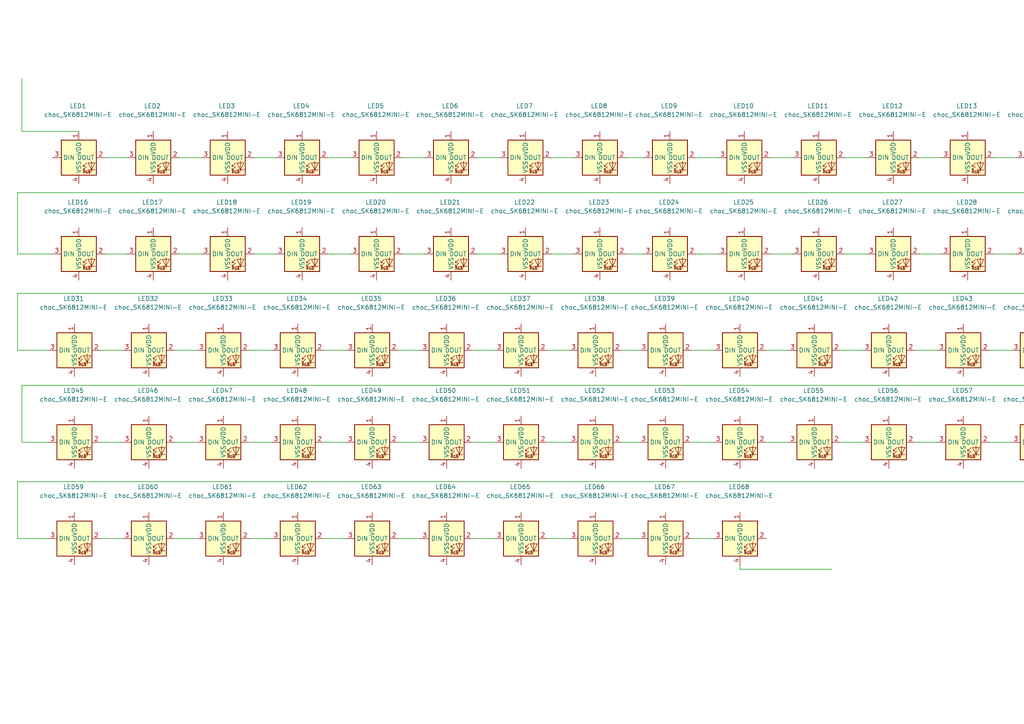
<source format=kicad_sch>
(kicad_sch (version 20250114) (generator "eeschema") (generator_version "9.0")
  (paper "A4")
  (lib_symbols
    (symbol "PCM_marbastlib-choc:choc_SK6812MINI-E"
      (property "Reference" "LED" (at 2.54 6.35 0))
      (property "Value" "choc_SK6812MINI-E" (at 10.795 -6.35 0))
      (symbol "choc_SK6812MINI-E_0_0"
        (text "RGB" (at 2.286 -4.191 0) (effects (font (size 0.762 0.762))))
      )
      (symbol "choc_SK6812MINI-E_0_1"
        (rectangle (start -5.08 5.08) (end 5.08 -5.08) (stroke (width 0.254)) (fill (type background)))
        (polyline (pts (xy 1.27 -2.54) (xy 1.778 -2.54)))
        (polyline (pts (xy 1.27 -3.556) (xy 1.778 -3.556)))
        (polyline (pts (xy 2.286 -1.524) (xy 1.27 -2.54) (xy 1.27 -2.032)))
        (polyline (pts (xy 2.286 -2.54) (xy 1.27 -3.556) (xy 1.27 -3.048)))
        (polyline (pts (xy 3.683 -1.016) (xy 3.683 -3.556) (xy 3.683 -4.064)))
        (polyline (pts (xy 4.699 -1.524) (xy 2.667 -1.524) (xy 3.683 -3.556) (xy 4.699 -1.524)))
        (polyline (pts (xy 4.699 -3.556) (xy 2.667 -3.556)))
      )
      (symbol "choc_SK6812MINI-E_1_1"
        (pin input line (at -7.62 0 0) (length 2.54) (name "DIN") (number "3"))
        (pin power_in line (at 0 7.62 270) (length 2.54) (name "VDD") (number "1"))
        (pin power_in line (at 0 -7.62 90) (length 2.54) (name "VSS") (number "4"))
        (pin output line (at 7.62 0 180) (length 2.54) (name "DOUT") (number "2"))
      )
    )
  )
  (wire (pts (xy 72.39 156.21) (xy 78.74 156.21)))
  (wire (pts (xy 265.43 101.6) (xy 271.78 101.6)))
  (wire (pts (xy 73.66 73.66) (xy 80.01 73.66)))
  (wire (pts (xy 339.09 73.66) (xy 339.09 85.09)))
  (wire (pts (xy 30.48 45.72) (xy 36.83 45.72)))
  (wire (pts (xy 115.57 128.27) (xy 121.92 128.27)))
  (wire (pts (xy 93.98 101.6) (xy 100.33 101.6)))
  (wire (pts (xy 29.21 128.27) (xy 35.56 128.27)))
  (wire (pts (xy 6.35 111.76) (xy 6.35 128.27)))
  (wire (pts (xy 160.02 73.66) (xy 166.37 73.66)))
  (wire (pts (xy 6.35 22.86) (xy 6.35 38.1)))
  (wire (pts (xy 5.08 156.21) (xy 13.97 156.21)))
  (wire (pts (xy 158.75 101.6) (xy 165.1 101.6)))
  (wire (pts (xy 335.28 45.72) (xy 335.28 55.88)))
  (wire (pts (xy 223.52 73.66) (xy 229.87 73.66)))
  (wire (pts (xy 339.09 101.6) (xy 339.09 111.76)))
  (wire (pts (xy 116.84 45.72) (xy 123.19 45.72)))
  (wire (pts (xy 52.07 73.66) (xy 58.42 73.66)))
  (wire (pts (xy 245.11 45.72) (xy 251.46 45.72)))
  (wire (pts (xy 29.21 101.6) (xy 35.56 101.6)))
  (wire (pts (xy 30.48 73.66) (xy 36.83 73.66)))
  (wire (pts (xy 29.21 156.21) (xy 35.56 156.21)))
  (wire (pts (xy 265.43 128.27) (xy 271.78 128.27)))
  (wire (pts (xy 95.25 45.72) (xy 101.6 45.72)))
  (wire (pts (xy 245.11 73.66) (xy 251.46 73.66)))
  (wire (pts (xy 50.8 101.6) (xy 57.15 101.6)))
  (wire (pts (xy 309.88 73.66) (xy 316.23 73.66)))
  (wire (pts (xy 93.98 128.27) (xy 100.33 128.27)))
  (wire (pts (xy 93.98 156.21) (xy 100.33 156.21)))
  (wire (pts (xy 266.7 73.66) (xy 273.05 73.66)))
  (wire (pts (xy 158.75 156.21) (xy 165.1 156.21)))
  (wire (pts (xy 52.07 45.72) (xy 58.42 45.72)))
  (wire (pts (xy 308.61 101.6) (xy 339.09 101.6)))
  (wire (pts (xy 116.84 73.66) (xy 123.19 73.66)))
  (wire (pts (xy 214.63 165.1) (xy 241.3 165.1)))
  (wire (pts (xy 309.88 45.72) (xy 316.23 45.72)))
  (wire (pts (xy 222.25 128.27) (xy 228.6 128.27)))
  (wire (pts (xy 115.57 156.21) (xy 121.92 156.21)))
  (wire (pts (xy 201.93 73.66) (xy 208.28 73.66)))
  (wire (pts (xy 339.09 85.09) (xy 5.08 85.09)))
  (wire (pts (xy 72.39 101.6) (xy 78.74 101.6)))
  (wire (pts (xy 5.08 139.7) (xy 5.08 156.21)))
  (wire (pts (xy 115.57 101.6) (xy 121.92 101.6)))
  (wire (pts (xy 95.25 73.66) (xy 101.6 73.66)))
  (wire (pts (xy 308.61 128.27) (xy 339.09 128.27)))
  (wire (pts (xy 137.16 128.27) (xy 143.51 128.27)))
  (wire (pts (xy 160.02 45.72) (xy 166.37 45.72)))
  (wire (pts (xy 158.75 128.27) (xy 165.1 128.27)))
  (wire (pts (xy 223.52 45.72) (xy 229.87 45.72)))
  (wire (pts (xy 200.66 128.27) (xy 207.01 128.27)))
  (wire (pts (xy 137.16 101.6) (xy 143.51 101.6)))
  (wire (pts (xy 137.16 156.21) (xy 143.51 156.21)))
  (wire (pts (xy 50.8 128.27) (xy 57.15 128.27)))
  (wire (pts (xy 5.08 101.6) (xy 13.97 101.6)))
  (wire (pts (xy 5.08 73.66) (xy 15.24 73.66)))
  (wire (pts (xy 180.34 101.6) (xy 185.42 101.6)))
  (wire (pts (xy 331.47 45.72) (xy 335.28 45.72)))
  (wire (pts (xy 243.84 101.6) (xy 250.19 101.6)))
  (wire (pts (xy 266.7 45.72) (xy 273.05 45.72)))
  (wire (pts (xy 6.35 128.27) (xy 13.97 128.27)))
  (wire (pts (xy 339.09 139.7) (xy 5.08 139.7)))
  (wire (pts (xy 22.86 38.1) (xy 6.35 38.1)))
  (wire (pts (xy 288.29 73.66) (xy 294.64 73.66)))
  (wire (pts (xy 138.43 73.66) (xy 144.78 73.66)))
  (wire (pts (xy 201.93 45.72) (xy 208.28 45.72)))
  (wire (pts (xy 335.28 55.88) (xy 5.08 55.88)))
  (wire (pts (xy 180.34 156.21) (xy 185.42 156.21)))
  (wire (pts (xy 214.63 163.83) (xy 214.63 165.1)))
  (wire (pts (xy 288.29 45.72) (xy 294.64 45.72)))
  (wire (pts (xy 200.66 156.21) (xy 207.01 156.21)))
  (wire (pts (xy 243.84 128.27) (xy 250.19 128.27)))
  (wire (pts (xy 287.02 101.6) (xy 293.37 101.6)))
  (wire (pts (xy 73.66 45.72) (xy 80.01 45.72)))
  (wire (pts (xy 222.25 101.6) (xy 228.6 101.6)))
  (wire (pts (xy 200.66 101.6) (xy 207.01 101.6)))
  (wire (pts (xy 181.61 73.66) (xy 186.69 73.66)))
  (wire (pts (xy 50.8 156.21) (xy 57.15 156.21)))
  (wire (pts (xy 331.47 73.66) (xy 339.09 73.66)))
  (wire (pts (xy 5.08 55.88) (xy 5.08 73.66)))
  (wire (pts (xy 339.09 128.27) (xy 339.09 139.7)))
  (wire (pts (xy 181.61 45.72) (xy 186.69 45.72)))
  (wire (pts (xy 5.08 85.09) (xy 5.08 101.6)))
  (wire (pts (xy 339.09 111.76) (xy 6.35 111.76)))
  (wire (pts (xy 287.02 128.27) (xy 293.37 128.27)))
  (wire (pts (xy 72.39 128.27) (xy 78.74 128.27)))
  (wire (pts (xy 180.34 128.27) (xy 185.42 128.27)))
  (wire (pts (xy 138.43 45.72) (xy 144.78 45.72)))
  (symbol (lib_id "PCM_marbastlib-choc:choc_SK6812MINI-E") (at 257.81 101.6 0) (unit 1)
    (property "Reference" "LED42" (at 257.556 86.614 0))
    (property "Value" "choc_SK6812MINI-E" (at 257.556 89.154 0))
    (property "Footprint" "PCM_marbastlib-choc:LED_choc_6028R" (effects (hide yes)))
    (property "Description" "Reverse mount adressable LED (WS2812 protocol)" (effects (hide yes)))
  )
  (symbol (lib_id "PCM_marbastlib-choc:choc_SK6812MINI-E") (at 22.86 73.66 0) (unit 1)
    (property "Reference" "LED16" (at 22.606 58.674 0))
    (property "Value" "choc_SK6812MINI-E" (at 22.606 61.214 0))
    (property "Footprint" "PCM_marbastlib-choc:LED_choc_6028R" (effects (hide yes)))
    (property "Description" "Reverse mount adressable LED (WS2812 protocol)" (effects (hide yes)))
  )
  (symbol (lib_id "PCM_marbastlib-choc:choc_SK6812MINI-E") (at 87.63 73.66 0) (unit 1)
    (property "Reference" "LED19" (at 87.376 58.674 0))
    (property "Value" "choc_SK6812MINI-E" (at 87.376 61.214 0))
    (property "Footprint" "PCM_marbastlib-choc:LED_choc_6028R" (effects (hide yes)))
    (property "Description" "Reverse mount adressable LED (WS2812 protocol)" (effects (hide yes)))
  )
  (symbol (lib_id "PCM_marbastlib-choc:choc_SK6812MINI-E") (at 236.22 101.6 0) (unit 1)
    (property "Reference" "LED41" (at 235.966 86.614 0))
    (property "Value" "choc_SK6812MINI-E" (at 235.966 89.154 0))
    (property "Footprint" "PCM_marbastlib-choc:LED_choc_6028R" (effects (hide yes)))
    (property "Description" "Reverse mount adressable LED (WS2812 protocol)" (effects (hide yes)))
  )
  (symbol (lib_id "PCM_marbastlib-choc:choc_SK6812MINI-E") (at 214.63 156.21 0) (unit 1)
    (property "Reference" "LED68" (at 214.376 141.224 0))
    (property "Value" "choc_SK6812MINI-E" (at 214.376 143.764 0))
    (property "Footprint" "PCM_marbastlib-choc:LED_choc_6028R" (effects (hide yes)))
    (property "Description" "Reverse mount adressable LED (WS2812 protocol)" (effects (hide yes)))
  )
  (symbol (lib_id "PCM_marbastlib-choc:choc_SK6812MINI-E") (at 236.22 128.27 0) (unit 1)
    (property "Reference" "LED55" (at 235.966 113.284 0))
    (property "Value" "choc_SK6812MINI-E" (at 235.966 115.824 0))
    (property "Footprint" "PCM_marbastlib-choc:LED_choc_6028R" (effects (hide yes)))
    (property "Description" "Reverse mount adressable LED (WS2812 protocol)" (effects (hide yes)))
  )
  (symbol (lib_id "PCM_marbastlib-choc:choc_SK6812MINI-E") (at 237.49 45.72 0) (unit 1)
    (property "Reference" "LED11" (at 237.236 30.734 0))
    (property "Value" "choc_SK6812MINI-E" (at 237.236 33.274 0))
    (property "Footprint" "PCM_marbastlib-choc:LED_choc_6028R" (effects (hide yes)))
    (property "Description" "Reverse mount adressable LED (WS2812 protocol)" (effects (hide yes)))
  )
  (symbol (lib_id "PCM_marbastlib-choc:choc_SK6812MINI-E") (at 215.9 73.66 0) (unit 1)
    (property "Reference" "LED25" (at 215.646 58.674 0))
    (property "Value" "choc_SK6812MINI-E" (at 215.646 61.214 0))
    (property "Footprint" "PCM_marbastlib-choc:LED_choc_6028R" (effects (hide yes)))
    (property "Description" "Reverse mount adressable LED (WS2812 protocol)" (effects (hide yes)))
  )
  (symbol (lib_id "PCM_marbastlib-choc:choc_SK6812MINI-E") (at 64.77 128.27 0) (unit 1)
    (property "Reference" "LED47" (at 64.516 113.284 0))
    (property "Value" "choc_SK6812MINI-E" (at 64.516 115.824 0))
    (property "Footprint" "PCM_marbastlib-choc:LED_choc_6028R" (effects (hide yes)))
    (property "Description" "Reverse mount adressable LED (WS2812 protocol)" (effects (hide yes)))
  )
  (symbol (lib_id "PCM_marbastlib-choc:choc_SK6812MINI-E") (at 259.08 73.66 0) (unit 1)
    (property "Reference" "LED27" (at 258.826 58.674 0))
    (property "Value" "choc_SK6812MINI-E" (at 258.826 61.214 0))
    (property "Footprint" "PCM_marbastlib-choc:LED_choc_6028R" (effects (hide yes)))
    (property "Description" "Reverse mount adressable LED (WS2812 protocol)" (effects (hide yes)))
  )
  (symbol (lib_id "PCM_marbastlib-choc:choc_SK6812MINI-E") (at 279.4 128.27 0) (unit 1)
    (property "Reference" "LED57" (at 279.146 113.284 0))
    (property "Value" "choc_SK6812MINI-E" (at 279.146 115.824 0))
    (property "Footprint" "PCM_marbastlib-choc:LED_choc_6028R" (effects (hide yes)))
    (property "Description" "Reverse mount adressable LED (WS2812 protocol)" (effects (hide yes)))
  )
  (symbol (lib_id "PCM_marbastlib-choc:choc_SK6812MINI-E") (at 280.67 45.72 0) (unit 1)
    (property "Reference" "LED13" (at 280.416 30.734 0))
    (property "Value" "choc_SK6812MINI-E" (at 280.416 33.274 0))
    (property "Footprint" "PCM_marbastlib-choc:LED_choc_6028R" (effects (hide yes)))
    (property "Description" "Reverse mount adressable LED (WS2812 protocol)" (effects (hide yes)))
  )
  (symbol (lib_id "PCM_marbastlib-choc:choc_SK6812MINI-E") (at 302.26 45.72 0) (unit 1)
    (property "Reference" "LED14" (at 302.006 30.734 0))
    (property "Value" "choc_SK6812MINI-E" (at 302.006 33.274 0))
    (property "Footprint" "PCM_marbastlib-choc:LED_choc_6028R" (effects (hide yes)))
    (property "Description" "Reverse mount adressable LED (WS2812 protocol)" (effects (hide yes)))
  )
  (symbol (lib_id "PCM_marbastlib-choc:choc_SK6812MINI-E") (at 302.26 73.66 0) (unit 1)
    (property "Reference" "LED29" (at 302.006 58.674 0))
    (property "Value" "choc_SK6812MINI-E" (at 302.006 61.214 0))
    (property "Footprint" "PCM_marbastlib-choc:LED_choc_6028R" (effects (hide yes)))
    (property "Description" "Reverse mount adressable LED (WS2812 protocol)" (effects (hide yes)))
  )
  (symbol (lib_id "PCM_marbastlib-choc:choc_SK6812MINI-E") (at 44.45 45.72 0) (unit 1)
    (property "Reference" "LED2" (at 44.196 30.734 0))
    (property "Value" "choc_SK6812MINI-E" (at 44.196 33.274 0))
    (property "Footprint" "PCM_marbastlib-choc:LED_choc_6028R" (effects (hide yes)))
    (property "Description" "Reverse mount adressable LED (WS2812 protocol)" (effects (hide yes)))
  )
  (symbol (lib_id "PCM_marbastlib-choc:choc_SK6812MINI-E") (at 214.63 128.27 0) (unit 1)
    (property "Reference" "LED54" (at 214.376 113.284 0))
    (property "Value" "choc_SK6812MINI-E" (at 214.376 115.824 0))
    (property "Footprint" "PCM_marbastlib-choc:LED_choc_6028R" (effects (hide yes)))
    (property "Description" "Reverse mount adressable LED (WS2812 protocol)" (effects (hide yes)))
  )
  (symbol (lib_id "PCM_marbastlib-choc:choc_SK6812MINI-E") (at 152.4 45.72 0) (unit 1)
    (property "Reference" "LED7" (at 152.146 30.734 0))
    (property "Value" "choc_SK6812MINI-E" (at 152.146 33.274 0))
    (property "Footprint" "PCM_marbastlib-choc:LED_choc_6028R" (effects (hide yes)))
    (property "Description" "Reverse mount adressable LED (WS2812 protocol)" (effects (hide yes)))
  )
  (symbol (lib_id "PCM_marbastlib-choc:choc_SK6812MINI-E") (at 86.36 101.6 0) (unit 1)
    (property "Reference" "LED34" (at 86.106 86.614 0))
    (property "Value" "choc_SK6812MINI-E" (at 86.106 89.154 0))
    (property "Footprint" "PCM_marbastlib-choc:LED_choc_6028R" (effects (hide yes)))
    (property "Description" "Reverse mount adressable LED (WS2812 protocol)" (effects (hide yes)))
  )
  (symbol (lib_id "PCM_marbastlib-choc:choc_SK6812MINI-E") (at 87.63 45.72 0) (unit 1)
    (property "Reference" "LED4" (at 87.376 30.734 0))
    (property "Value" "choc_SK6812MINI-E" (at 87.376 33.274 0))
    (property "Footprint" "PCM_marbastlib-choc:LED_choc_6028R" (effects (hide yes)))
    (property "Description" "Reverse mount adressable LED (WS2812 protocol)" (effects (hide yes)))
  )
  (symbol (lib_id "PCM_marbastlib-choc:choc_SK6812MINI-E") (at 129.54 101.6 0) (unit 1)
    (property "Reference" "LED36" (at 129.286 86.614 0))
    (property "Value" "choc_SK6812MINI-E" (at 129.286 89.154 0))
    (property "Footprint" "PCM_marbastlib-choc:LED_choc_6028R" (effects (hide yes)))
    (property "Description" "Reverse mount adressable LED (WS2812 protocol)" (effects (hide yes)))
  )
  (symbol (lib_id "PCM_marbastlib-choc:choc_SK6812MINI-E") (at 64.77 156.21 0) (unit 1)
    (property "Reference" "LED61" (at 64.516 141.224 0))
    (property "Value" "choc_SK6812MINI-E" (at 64.516 143.764 0))
    (property "Footprint" "PCM_marbastlib-choc:LED_choc_6028R" (effects (hide yes)))
    (property "Description" "Reverse mount adressable LED (WS2812 protocol)" (effects (hide yes)))
  )
  (symbol (lib_id "PCM_marbastlib-choc:choc_SK6812MINI-E") (at 280.67 73.66 0) (unit 1)
    (property "Reference" "LED28" (at 280.416 58.674 0))
    (property "Value" "choc_SK6812MINI-E" (at 280.416 61.214 0))
    (property "Footprint" "PCM_marbastlib-choc:LED_choc_6028R" (effects (hide yes)))
    (property "Description" "Reverse mount adressable LED (WS2812 protocol)" (effects (hide yes)))
  )
  (symbol (lib_id "PCM_marbastlib-choc:choc_SK6812MINI-E") (at 172.72 101.6 0) (unit 1)
    (property "Reference" "LED38" (at 172.466 86.614 0))
    (property "Value" "choc_SK6812MINI-E" (at 172.466 89.154 0))
    (property "Footprint" "PCM_marbastlib-choc:LED_choc_6028R" (effects (hide yes)))
    (property "Description" "Reverse mount adressable LED (WS2812 protocol)" (effects (hide yes)))
  )
  (symbol (lib_id "PCM_marbastlib-choc:choc_SK6812MINI-E") (at 215.9 45.72 0) (unit 1)
    (property "Reference" "LED10" (at 215.646 30.734 0))
    (property "Value" "choc_SK6812MINI-E" (at 215.646 33.274 0))
    (property "Footprint" "PCM_marbastlib-choc:LED_choc_6028R" (effects (hide yes)))
    (property "Description" "Reverse mount adressable LED (WS2812 protocol)" (effects (hide yes)))
  )
  (symbol (lib_id "PCM_marbastlib-choc:choc_SK6812MINI-E") (at 130.81 73.66 0) (unit 1)
    (property "Reference" "LED21" (at 130.556 58.674 0))
    (property "Value" "choc_SK6812MINI-E" (at 130.556 61.214 0))
    (property "Footprint" "PCM_marbastlib-choc:LED_choc_6028R" (effects (hide yes)))
    (property "Description" "Reverse mount adressable LED (WS2812 protocol)" (effects (hide yes)))
  )
  (symbol (lib_id "PCM_marbastlib-choc:choc_SK6812MINI-E") (at 86.36 156.21 0) (unit 1)
    (property "Reference" "LED62" (at 86.106 141.224 0))
    (property "Value" "choc_SK6812MINI-E" (at 86.106 143.764 0))
    (property "Footprint" "PCM_marbastlib-choc:LED_choc_6028R" (effects (hide yes)))
    (property "Description" "Reverse mount adressable LED (WS2812 protocol)" (effects (hide yes)))
  )
  (symbol (lib_id "PCM_marbastlib-choc:choc_SK6812MINI-E") (at 129.54 156.21 0) (unit 1)
    (property "Reference" "LED64" (at 129.286 141.224 0))
    (property "Value" "choc_SK6812MINI-E" (at 129.286 143.764 0))
    (property "Footprint" "PCM_marbastlib-choc:LED_choc_6028R" (effects (hide yes)))
    (property "Description" "Reverse mount adressable LED (WS2812 protocol)" (effects (hide yes)))
  )
  (symbol (lib_id "PCM_marbastlib-choc:choc_SK6812MINI-E") (at 107.95 101.6 0) (unit 1)
    (property "Reference" "LED35" (at 107.696 86.614 0))
    (property "Value" "choc_SK6812MINI-E" (at 107.696 89.154 0))
    (property "Footprint" "PCM_marbastlib-choc:LED_choc_6028R" (effects (hide yes)))
    (property "Description" "Reverse mount adressable LED (WS2812 protocol)" (effects (hide yes)))
  )
  (symbol (lib_id "PCM_marbastlib-choc:choc_SK6812MINI-E") (at 173.99 45.72 0) (unit 1)
    (property "Reference" "LED8" (at 173.736 30.734 0))
    (property "Value" "choc_SK6812MINI-E" (at 173.736 33.274 0))
    (property "Footprint" "PCM_marbastlib-choc:LED_choc_6028R" (effects (hide yes)))
    (property "Description" "Reverse mount adressable LED (WS2812 protocol)" (effects (hide yes)))
  )
  (symbol (lib_id "PCM_marbastlib-choc:choc_SK6812MINI-E") (at 21.59 156.21 0) (unit 1)
    (property "Reference" "LED59" (at 21.336 141.224 0))
    (property "Value" "choc_SK6812MINI-E" (at 21.336 143.764 0))
    (property "Footprint" "PCM_marbastlib-choc:LED_choc_6028R" (effects (hide yes)))
    (property "Description" "Reverse mount adressable LED (WS2812 protocol)" (effects (hide yes)))
  )
  (symbol (lib_id "PCM_marbastlib-choc:choc_SK6812MINI-E") (at 194.31 73.66 0) (unit 1)
    (property "Reference" "LED24" (at 194.056 58.674 0))
    (property "Value" "choc_SK6812MINI-E" (at 194.056 61.214 0))
    (property "Footprint" "PCM_marbastlib-choc:LED_choc_6028R" (effects (hide yes)))
    (property "Description" "Reverse mount adressable LED (WS2812 protocol)" (effects (hide yes)))
  )
  (symbol (lib_id "PCM_marbastlib-choc:choc_SK6812MINI-E") (at 193.04 156.21 0) (unit 1)
    (property "Reference" "LED67" (at 192.786 141.224 0))
    (property "Value" "choc_SK6812MINI-E" (at 192.786 143.764 0))
    (property "Footprint" "PCM_marbastlib-choc:LED_choc_6028R" (effects (hide yes)))
    (property "Description" "Reverse mount adressable LED (WS2812 protocol)" (effects (hide yes)))
  )
  (symbol (lib_id "PCM_marbastlib-choc:choc_SK6812MINI-E") (at 323.85 73.66 0) (unit 1)
    (property "Reference" "LED30" (at 323.596 58.674 0))
    (property "Value" "choc_SK6812MINI-E" (at 323.596 61.214 0))
    (property "Footprint" "PCM_marbastlib-choc:LED_choc_6028R" (effects (hide yes)))
    (property "Description" "Reverse mount adressable LED (WS2812 protocol)" (effects (hide yes)))
  )
  (symbol (lib_id "PCM_marbastlib-choc:choc_SK6812MINI-E") (at 43.18 101.6 0) (unit 1)
    (property "Reference" "LED32" (at 42.926 86.614 0))
    (property "Value" "choc_SK6812MINI-E" (at 42.926 89.154 0))
    (property "Footprint" "PCM_marbastlib-choc:LED_choc_6028R" (effects (hide yes)))
    (property "Description" "Reverse mount adressable LED (WS2812 protocol)" (effects (hide yes)))
  )
  (symbol (lib_id "PCM_marbastlib-choc:choc_SK6812MINI-E") (at 21.59 128.27 0) (unit 1)
    (property "Reference" "LED45" (at 21.336 113.284 0))
    (property "Value" "choc_SK6812MINI-E" (at 21.336 115.824 0))
    (property "Footprint" "PCM_marbastlib-choc:LED_choc_6028R" (effects (hide yes)))
    (property "Description" "Reverse mount adressable LED (WS2812 protocol)" (effects (hide yes)))
  )
  (symbol (lib_id "PCM_marbastlib-choc:choc_SK6812MINI-E") (at 300.99 128.27 0) (unit 1)
    (property "Reference" "LED58" (at 300.736 113.284 0))
    (property "Value" "choc_SK6812MINI-E" (at 300.736 115.824 0))
    (property "Footprint" "PCM_marbastlib-choc:LED_choc_6028R" (effects (hide yes)))
    (property "Description" "Reverse mount adressable LED (WS2812 protocol)" (effects (hide yes)))
  )
  (symbol (lib_id "PCM_marbastlib-choc:choc_SK6812MINI-E") (at 129.54 128.27 0) (unit 1)
    (property "Reference" "LED50" (at 129.286 113.284 0))
    (property "Value" "choc_SK6812MINI-E" (at 129.286 115.824 0))
    (property "Footprint" "PCM_marbastlib-choc:LED_choc_6028R" (effects (hide yes)))
    (property "Description" "Reverse mount adressable LED (WS2812 protocol)" (effects (hide yes)))
  )
  (symbol (lib_id "PCM_marbastlib-choc:choc_SK6812MINI-E") (at 172.72 156.21 0) (unit 1)
    (property "Reference" "LED66" (at 172.466 141.224 0))
    (property "Value" "choc_SK6812MINI-E" (at 172.466 143.764 0))
    (property "Footprint" "PCM_marbastlib-choc:LED_choc_6028R" (effects (hide yes)))
    (property "Description" "Reverse mount adressable LED (WS2812 protocol)" (effects (hide yes)))
  )
  (symbol (lib_id "PCM_marbastlib-choc:choc_SK6812MINI-E") (at 193.04 128.27 0) (unit 1)
    (property "Reference" "LED53" (at 192.786 113.284 0))
    (property "Value" "choc_SK6812MINI-E" (at 192.786 115.824 0))
    (property "Footprint" "PCM_marbastlib-choc:LED_choc_6028R" (effects (hide yes)))
    (property "Description" "Reverse mount adressable LED (WS2812 protocol)" (effects (hide yes)))
  )
  (symbol (lib_id "PCM_marbastlib-choc:choc_SK6812MINI-E") (at 107.95 156.21 0) (unit 1)
    (property "Reference" "LED63" (at 107.696 141.224 0))
    (property "Value" "choc_SK6812MINI-E" (at 107.696 143.764 0))
    (property "Footprint" "PCM_marbastlib-choc:LED_choc_6028R" (effects (hide yes)))
    (property "Description" "Reverse mount adressable LED (WS2812 protocol)" (effects (hide yes)))
  )
  (symbol (lib_id "PCM_marbastlib-choc:choc_SK6812MINI-E") (at 152.4 73.66 0) (unit 1)
    (property "Reference" "LED22" (at 152.146 58.674 0))
    (property "Value" "choc_SK6812MINI-E" (at 152.146 61.214 0))
    (property "Footprint" "PCM_marbastlib-choc:LED_choc_6028R" (effects (hide yes)))
    (property "Description" "Reverse mount adressable LED (WS2812 protocol)" (effects (hide yes)))
  )
  (symbol (lib_id "PCM_marbastlib-choc:choc_SK6812MINI-E") (at 21.59 101.6 0) (unit 1)
    (property "Reference" "LED31" (at 21.336 86.614 0))
    (property "Value" "choc_SK6812MINI-E" (at 21.336 89.154 0))
    (property "Footprint" "PCM_marbastlib-choc:LED_choc_6028R" (effects (hide yes)))
    (property "Description" "Reverse mount adressable LED (WS2812 protocol)" (effects (hide yes)))
  )
  (symbol (lib_id "PCM_marbastlib-choc:choc_SK6812MINI-E") (at 193.04 101.6 0) (unit 1)
    (property "Reference" "LED39" (at 192.786 86.614 0))
    (property "Value" "choc_SK6812MINI-E" (at 192.786 89.154 0))
    (property "Footprint" "PCM_marbastlib-choc:LED_choc_6028R" (effects (hide yes)))
    (property "Description" "Reverse mount adressable LED (WS2812 protocol)" (effects (hide yes)))
  )
  (symbol (lib_id "PCM_marbastlib-choc:choc_SK6812MINI-E") (at 151.13 101.6 0) (unit 1)
    (property "Reference" "LED37" (at 150.876 86.614 0))
    (property "Value" "choc_SK6812MINI-E" (at 150.876 89.154 0))
    (property "Footprint" "PCM_marbastlib-choc:LED_choc_6028R" (effects (hide yes)))
    (property "Description" "Reverse mount adressable LED (WS2812 protocol)" (effects (hide yes)))
  )
  (symbol (lib_id "PCM_marbastlib-choc:choc_SK6812MINI-E") (at 130.81 45.72 0) (unit 1)
    (property "Reference" "LED6" (at 130.556 30.734 0))
    (property "Value" "choc_SK6812MINI-E" (at 130.556 33.274 0))
    (property "Footprint" "PCM_marbastlib-choc:LED_choc_6028R" (effects (hide yes)))
    (property "Description" "Reverse mount adressable LED (WS2812 protocol)" (effects (hide yes)))
  )
  (symbol (lib_id "PCM_marbastlib-choc:choc_SK6812MINI-E") (at 44.45 73.66 0) (unit 1)
    (property "Reference" "LED17" (at 44.196 58.674 0))
    (property "Value" "choc_SK6812MINI-E" (at 44.196 61.214 0))
    (property "Footprint" "PCM_marbastlib-choc:LED_choc_6028R" (effects (hide yes)))
    (property "Description" "Reverse mount adressable LED (WS2812 protocol)" (effects (hide yes)))
  )
  (symbol (lib_id "PCM_marbastlib-choc:choc_SK6812MINI-E") (at 151.13 128.27 0) (unit 1)
    (property "Reference" "LED51" (at 150.876 113.284 0))
    (property "Value" "choc_SK6812MINI-E" (at 150.876 115.824 0))
    (property "Footprint" "PCM_marbastlib-choc:LED_choc_6028R" (effects (hide yes)))
    (property "Description" "Reverse mount adressable LED (WS2812 protocol)" (effects (hide yes)))
  )
  (symbol (lib_id "PCM_marbastlib-choc:choc_SK6812MINI-E") (at 259.08 45.72 0) (unit 1)
    (property "Reference" "LED12" (at 258.826 30.734 0))
    (property "Value" "choc_SK6812MINI-E" (at 258.826 33.274 0))
    (property "Footprint" "PCM_marbastlib-choc:LED_choc_6028R" (effects (hide yes)))
    (property "Description" "Reverse mount adressable LED (WS2812 protocol)" (effects (hide yes)))
  )
  (symbol (lib_id "PCM_marbastlib-choc:choc_SK6812MINI-E") (at 109.22 45.72 0) (unit 1)
    (property "Reference" "LED5" (at 108.966 30.734 0))
    (property "Value" "choc_SK6812MINI-E" (at 108.966 33.274 0))
    (property "Footprint" "PCM_marbastlib-choc:LED_choc_6028R" (effects (hide yes)))
    (property "Description" "Reverse mount adressable LED (WS2812 protocol)" (effects (hide yes)))
  )
  (symbol (lib_id "PCM_marbastlib-choc:choc_SK6812MINI-E") (at 86.36 128.27 0) (unit 1)
    (property "Reference" "LED48" (at 86.106 113.284 0))
    (property "Value" "choc_SK6812MINI-E" (at 86.106 115.824 0))
    (property "Footprint" "PCM_marbastlib-choc:LED_choc_6028R" (effects (hide yes)))
    (property "Description" "Reverse mount adressable LED (WS2812 protocol)" (effects (hide yes)))
  )
  (symbol (lib_id "PCM_marbastlib-choc:choc_SK6812MINI-E") (at 151.13 156.21 0) (unit 1)
    (property "Reference" "LED65" (at 150.876 141.224 0))
    (property "Value" "choc_SK6812MINI-E" (at 150.876 143.764 0))
    (property "Footprint" "PCM_marbastlib-choc:LED_choc_6028R" (effects (hide yes)))
    (property "Description" "Reverse mount adressable LED (WS2812 protocol)" (effects (hide yes)))
  )
  (symbol (lib_id "PCM_marbastlib-choc:choc_SK6812MINI-E") (at 279.4 101.6 0) (unit 1)
    (property "Reference" "LED43" (at 279.146 86.614 0))
    (property "Value" "choc_SK6812MINI-E" (at 279.146 89.154 0))
    (property "Footprint" "PCM_marbastlib-choc:LED_choc_6028R" (effects (hide yes)))
    (property "Description" "Reverse mount adressable LED (WS2812 protocol)" (effects (hide yes)))
  )
  (symbol (lib_id "PCM_marbastlib-choc:choc_SK6812MINI-E") (at 173.99 73.66 0) (unit 1)
    (property "Reference" "LED23" (at 173.736 58.674 0))
    (property "Value" "choc_SK6812MINI-E" (at 173.736 61.214 0))
    (property "Footprint" "PCM_marbastlib-choc:LED_choc_6028R" (effects (hide yes)))
    (property "Description" "Reverse mount adressable LED (WS2812 protocol)" (effects (hide yes)))
  )
  (symbol (lib_id "PCM_marbastlib-choc:choc_SK6812MINI-E") (at 43.18 128.27 0) (unit 1)
    (property "Reference" "LED46" (at 42.926 113.284 0))
    (property "Value" "choc_SK6812MINI-E" (at 42.926 115.824 0))
    (property "Footprint" "PCM_marbastlib-choc:LED_choc_6028R" (effects (hide yes)))
    (property "Description" "Reverse mount adressable LED (WS2812 protocol)" (effects (hide yes)))
  )
  (symbol (lib_id "PCM_marbastlib-choc:choc_SK6812MINI-E") (at 107.95 128.27 0) (unit 1)
    (property "Reference" "LED49" (at 107.696 113.284 0))
    (property "Value" "choc_SK6812MINI-E" (at 107.696 115.824 0))
    (property "Footprint" "PCM_marbastlib-choc:LED_choc_6028R" (effects (hide yes)))
    (property "Description" "Reverse mount adressable LED (WS2812 protocol)" (effects (hide yes)))
  )
  (symbol (lib_id "PCM_marbastlib-choc:choc_SK6812MINI-E") (at 43.18 156.21 0) (unit 1)
    (property "Reference" "LED60" (at 42.926 141.224 0))
    (property "Value" "choc_SK6812MINI-E" (at 42.926 143.764 0))
    (property "Footprint" "PCM_marbastlib-choc:LED_choc_6028R" (effects (hide yes)))
    (property "Description" "Reverse mount adressable LED (WS2812 protocol)" (effects (hide yes)))
  )
  (symbol (lib_id "PCM_marbastlib-choc:choc_SK6812MINI-E") (at 64.77 101.6 0) (unit 1)
    (property "Reference" "LED33" (at 64.516 86.614 0))
    (property "Value" "choc_SK6812MINI-E" (at 64.516 89.154 0))
    (property "Footprint" "PCM_marbastlib-choc:LED_choc_6028R" (effects (hide yes)))
    (property "Description" "Reverse mount adressable LED (WS2812 protocol)" (effects (hide yes)))
  )
  (symbol (lib_id "PCM_marbastlib-choc:choc_SK6812MINI-E") (at 257.81 128.27 0) (unit 1)
    (property "Reference" "LED56" (at 257.556 113.284 0))
    (property "Value" "choc_SK6812MINI-E" (at 257.556 115.824 0))
    (property "Footprint" "PCM_marbastlib-choc:LED_choc_6028R" (effects (hide yes)))
    (property "Description" "Reverse mount adressable LED (WS2812 protocol)" (effects (hide yes)))
  )
  (symbol (lib_id "PCM_marbastlib-choc:choc_SK6812MINI-E") (at 109.22 73.66 0) (unit 1)
    (property "Reference" "LED20" (at 108.966 58.674 0))
    (property "Value" "choc_SK6812MINI-E" (at 108.966 61.214 0))
    (property "Footprint" "PCM_marbastlib-choc:LED_choc_6028R" (effects (hide yes)))
    (property "Description" "Reverse mount adressable LED (WS2812 protocol)" (effects (hide yes)))
  )
  (symbol (lib_id "PCM_marbastlib-choc:choc_SK6812MINI-E") (at 66.04 45.72 0) (unit 1)
    (property "Reference" "LED3" (at 65.786 30.734 0))
    (property "Value" "choc_SK6812MINI-E" (at 65.786 33.274 0))
    (property "Footprint" "PCM_marbastlib-choc:LED_choc_6028R" (effects (hide yes)))
    (property "Description" "Reverse mount adressable LED (WS2812 protocol)" (effects (hide yes)))
  )
  (symbol (lib_id "PCM_marbastlib-choc:choc_SK6812MINI-E") (at 323.85 45.72 0) (unit 1)
    (property "Reference" "LED15" (at 323.596 30.734 0))
    (property "Value" "choc_SK6812MINI-E" (at 323.596 33.274 0))
    (property "Footprint" "PCM_marbastlib-choc:LED_choc_6028R" (effects (hide yes)))
    (property "Description" "Reverse mount adressable LED (WS2812 protocol)" (effects (hide yes)))
  )
  (symbol (lib_id "PCM_marbastlib-choc:choc_SK6812MINI-E") (at 237.49 73.66 0) (unit 1)
    (property "Reference" "LED26" (at 237.236 58.674 0))
    (property "Value" "choc_SK6812MINI-E" (at 237.236 61.214 0))
    (property "Footprint" "PCM_marbastlib-choc:LED_choc_6028R" (effects (hide yes)))
    (property "Description" "Reverse mount adressable LED (WS2812 protocol)" (effects (hide yes)))
  )
  (symbol (lib_id "PCM_marbastlib-choc:choc_SK6812MINI-E") (at 194.31 45.72 0) (unit 1)
    (property "Reference" "LED9" (at 194.056 30.734 0))
    (property "Value" "choc_SK6812MINI-E" (at 194.056 33.274 0))
    (property "Footprint" "PCM_marbastlib-choc:LED_choc_6028R" (effects (hide yes)))
    (property "Description" "Reverse mount adressable LED (WS2812 protocol)" (effects (hide yes)))
  )
  (symbol (lib_id "PCM_marbastlib-choc:choc_SK6812MINI-E") (at 22.86 45.72 0) (unit 1)
    (property "Reference" "LED1" (at 22.606 30.734 0))
    (property "Value" "choc_SK6812MINI-E" (at 22.606 33.274 0))
    (property "Footprint" "PCM_marbastlib-choc:LED_choc_6028R" (effects (hide yes)))
    (property "Description" "Reverse mount adressable LED (WS2812 protocol)" (effects (hide yes)))
  )
  (symbol (lib_id "PCM_marbastlib-choc:choc_SK6812MINI-E") (at 66.04 73.66 0) (unit 1)
    (property "Reference" "LED18" (at 65.786 58.674 0))
    (property "Value" "choc_SK6812MINI-E" (at 65.786 61.214 0))
    (property "Footprint" "PCM_marbastlib-choc:LED_choc_6028R" (effects (hide yes)))
    (property "Description" "Reverse mount adressable LED (WS2812 protocol)" (effects (hide yes)))
  )
  (symbol (lib_id "PCM_marbastlib-choc:choc_SK6812MINI-E") (at 214.63 101.6 0) (unit 1)
    (property "Reference" "LED40" (at 214.376 86.614 0))
    (property "Value" "choc_SK6812MINI-E" (at 214.376 89.154 0))
    (property "Footprint" "PCM_marbastlib-choc:LED_choc_6028R" (effects (hide yes)))
    (property "Description" "Reverse mount adressable LED (WS2812 protocol)" (effects (hide yes)))
  )
  (symbol (lib_id "PCM_marbastlib-choc:choc_SK6812MINI-E") (at 300.99 101.6 0) (unit 1)
    (property "Reference" "LED44" (at 300.736 86.614 0))
    (property "Value" "choc_SK6812MINI-E" (at 300.736 89.154 0))
    (property "Footprint" "PCM_marbastlib-choc:LED_choc_6028R" (effects (hide yes)))
    (property "Description" "Reverse mount adressable LED (WS2812 protocol)" (effects (hide yes)))
  )
  (symbol (lib_id "PCM_marbastlib-choc:choc_SK6812MINI-E") (at 172.72 128.27 0) (unit 1)
    (property "Reference" "LED52" (at 172.466 113.284 0))
    (property "Value" "choc_SK6812MINI-E" (at 172.466 115.824 0))
    (property "Footprint" "PCM_marbastlib-choc:LED_choc_6028R" (effects (hide yes)))
    (property "Description" "Reverse mount adressable LED (WS2812 protocol)" (effects (hide yes)))
  )
)
</source>
